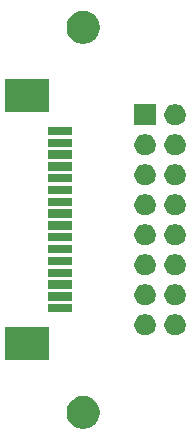
<source format=gbr>
G04 #@! TF.GenerationSoftware,KiCad,Pcbnew,5.1.6*
G04 #@! TF.CreationDate,2020-11-02T21:59:41+01:00*
G04 #@! TF.ProjectId,BL128128,424c3132-3831-4323-982e-6b696361645f,rev?*
G04 #@! TF.SameCoordinates,Original*
G04 #@! TF.FileFunction,Soldermask,Top*
G04 #@! TF.FilePolarity,Negative*
%FSLAX46Y46*%
G04 Gerber Fmt 4.6, Leading zero omitted, Abs format (unit mm)*
G04 Created by KiCad (PCBNEW 5.1.6) date 2020-11-02 21:59:41*
%MOMM*%
%LPD*%
G01*
G04 APERTURE LIST*
%ADD10C,0.100000*%
G04 APERTURE END LIST*
D10*
G36*
X80318433Y-88834893D02*
G01*
X80408657Y-88852839D01*
X80514267Y-88896585D01*
X80663621Y-88958449D01*
X80663622Y-88958450D01*
X80893086Y-89111772D01*
X81088228Y-89306914D01*
X81190675Y-89460237D01*
X81241551Y-89536379D01*
X81347161Y-89791344D01*
X81401000Y-90062012D01*
X81401000Y-90337988D01*
X81347161Y-90608656D01*
X81241551Y-90863621D01*
X81241550Y-90863622D01*
X81088228Y-91093086D01*
X80893086Y-91288228D01*
X80739763Y-91390675D01*
X80663621Y-91441551D01*
X80514267Y-91503415D01*
X80408657Y-91547161D01*
X80318433Y-91565107D01*
X80137988Y-91601000D01*
X79862012Y-91601000D01*
X79681567Y-91565107D01*
X79591343Y-91547161D01*
X79485733Y-91503415D01*
X79336379Y-91441551D01*
X79260237Y-91390675D01*
X79106914Y-91288228D01*
X78911772Y-91093086D01*
X78758450Y-90863622D01*
X78758449Y-90863621D01*
X78652839Y-90608656D01*
X78599000Y-90337988D01*
X78599000Y-90062012D01*
X78652839Y-89791344D01*
X78758449Y-89536379D01*
X78809325Y-89460237D01*
X78911772Y-89306914D01*
X79106914Y-89111772D01*
X79336378Y-88958450D01*
X79336379Y-88958449D01*
X79485733Y-88896585D01*
X79591343Y-88852839D01*
X79681567Y-88834893D01*
X79862012Y-88799000D01*
X80137988Y-88799000D01*
X80318433Y-88834893D01*
G37*
G36*
X77101000Y-85756000D02*
G01*
X73399000Y-85756000D01*
X73399000Y-82974000D01*
X77101000Y-82974000D01*
X77101000Y-85756000D01*
G37*
G36*
X87903512Y-81883927D02*
G01*
X88052812Y-81913624D01*
X88216784Y-81981544D01*
X88364354Y-82080147D01*
X88489853Y-82205646D01*
X88588456Y-82353216D01*
X88656376Y-82517188D01*
X88691000Y-82691259D01*
X88691000Y-82868741D01*
X88656376Y-83042812D01*
X88588456Y-83206784D01*
X88489853Y-83354354D01*
X88364354Y-83479853D01*
X88216784Y-83578456D01*
X88052812Y-83646376D01*
X87903512Y-83676073D01*
X87878742Y-83681000D01*
X87701258Y-83681000D01*
X87676488Y-83676073D01*
X87527188Y-83646376D01*
X87363216Y-83578456D01*
X87215646Y-83479853D01*
X87090147Y-83354354D01*
X86991544Y-83206784D01*
X86923624Y-83042812D01*
X86889000Y-82868741D01*
X86889000Y-82691259D01*
X86923624Y-82517188D01*
X86991544Y-82353216D01*
X87090147Y-82205646D01*
X87215646Y-82080147D01*
X87363216Y-81981544D01*
X87527188Y-81913624D01*
X87676488Y-81883927D01*
X87701258Y-81879000D01*
X87878742Y-81879000D01*
X87903512Y-81883927D01*
G37*
G36*
X85363512Y-81883927D02*
G01*
X85512812Y-81913624D01*
X85676784Y-81981544D01*
X85824354Y-82080147D01*
X85949853Y-82205646D01*
X86048456Y-82353216D01*
X86116376Y-82517188D01*
X86151000Y-82691259D01*
X86151000Y-82868741D01*
X86116376Y-83042812D01*
X86048456Y-83206784D01*
X85949853Y-83354354D01*
X85824354Y-83479853D01*
X85676784Y-83578456D01*
X85512812Y-83646376D01*
X85363512Y-83676073D01*
X85338742Y-83681000D01*
X85161258Y-83681000D01*
X85136488Y-83676073D01*
X84987188Y-83646376D01*
X84823216Y-83578456D01*
X84675646Y-83479853D01*
X84550147Y-83354354D01*
X84451544Y-83206784D01*
X84383624Y-83042812D01*
X84349000Y-82868741D01*
X84349000Y-82691259D01*
X84383624Y-82517188D01*
X84451544Y-82353216D01*
X84550147Y-82205646D01*
X84675646Y-82080147D01*
X84823216Y-81981544D01*
X84987188Y-81913624D01*
X85136488Y-81883927D01*
X85161258Y-81879000D01*
X85338742Y-81879000D01*
X85363512Y-81883927D01*
G37*
G36*
X79101000Y-81731000D02*
G01*
X76999000Y-81731000D01*
X76999000Y-81019000D01*
X79101000Y-81019000D01*
X79101000Y-81731000D01*
G37*
G36*
X87903512Y-79343927D02*
G01*
X88052812Y-79373624D01*
X88216784Y-79441544D01*
X88364354Y-79540147D01*
X88489853Y-79665646D01*
X88588456Y-79813216D01*
X88656376Y-79977188D01*
X88691000Y-80151259D01*
X88691000Y-80328741D01*
X88656376Y-80502812D01*
X88588456Y-80666784D01*
X88489853Y-80814354D01*
X88364354Y-80939853D01*
X88216784Y-81038456D01*
X88052812Y-81106376D01*
X87903512Y-81136073D01*
X87878742Y-81141000D01*
X87701258Y-81141000D01*
X87676488Y-81136073D01*
X87527188Y-81106376D01*
X87363216Y-81038456D01*
X87215646Y-80939853D01*
X87090147Y-80814354D01*
X86991544Y-80666784D01*
X86923624Y-80502812D01*
X86889000Y-80328741D01*
X86889000Y-80151259D01*
X86923624Y-79977188D01*
X86991544Y-79813216D01*
X87090147Y-79665646D01*
X87215646Y-79540147D01*
X87363216Y-79441544D01*
X87527188Y-79373624D01*
X87676488Y-79343927D01*
X87701258Y-79339000D01*
X87878742Y-79339000D01*
X87903512Y-79343927D01*
G37*
G36*
X85363512Y-79343927D02*
G01*
X85512812Y-79373624D01*
X85676784Y-79441544D01*
X85824354Y-79540147D01*
X85949853Y-79665646D01*
X86048456Y-79813216D01*
X86116376Y-79977188D01*
X86151000Y-80151259D01*
X86151000Y-80328741D01*
X86116376Y-80502812D01*
X86048456Y-80666784D01*
X85949853Y-80814354D01*
X85824354Y-80939853D01*
X85676784Y-81038456D01*
X85512812Y-81106376D01*
X85363512Y-81136073D01*
X85338742Y-81141000D01*
X85161258Y-81141000D01*
X85136488Y-81136073D01*
X84987188Y-81106376D01*
X84823216Y-81038456D01*
X84675646Y-80939853D01*
X84550147Y-80814354D01*
X84451544Y-80666784D01*
X84383624Y-80502812D01*
X84349000Y-80328741D01*
X84349000Y-80151259D01*
X84383624Y-79977188D01*
X84451544Y-79813216D01*
X84550147Y-79665646D01*
X84675646Y-79540147D01*
X84823216Y-79441544D01*
X84987188Y-79373624D01*
X85136488Y-79343927D01*
X85161258Y-79339000D01*
X85338742Y-79339000D01*
X85363512Y-79343927D01*
G37*
G36*
X79101000Y-80731000D02*
G01*
X76999000Y-80731000D01*
X76999000Y-80019000D01*
X79101000Y-80019000D01*
X79101000Y-80731000D01*
G37*
G36*
X79101000Y-79731000D02*
G01*
X76999000Y-79731000D01*
X76999000Y-79019000D01*
X79101000Y-79019000D01*
X79101000Y-79731000D01*
G37*
G36*
X79101000Y-78731000D02*
G01*
X76999000Y-78731000D01*
X76999000Y-78019000D01*
X79101000Y-78019000D01*
X79101000Y-78731000D01*
G37*
G36*
X85363512Y-76803927D02*
G01*
X85512812Y-76833624D01*
X85676784Y-76901544D01*
X85824354Y-77000147D01*
X85949853Y-77125646D01*
X86048456Y-77273216D01*
X86116376Y-77437188D01*
X86151000Y-77611259D01*
X86151000Y-77788741D01*
X86116376Y-77962812D01*
X86048456Y-78126784D01*
X85949853Y-78274354D01*
X85824354Y-78399853D01*
X85676784Y-78498456D01*
X85512812Y-78566376D01*
X85363512Y-78596073D01*
X85338742Y-78601000D01*
X85161258Y-78601000D01*
X85136488Y-78596073D01*
X84987188Y-78566376D01*
X84823216Y-78498456D01*
X84675646Y-78399853D01*
X84550147Y-78274354D01*
X84451544Y-78126784D01*
X84383624Y-77962812D01*
X84349000Y-77788741D01*
X84349000Y-77611259D01*
X84383624Y-77437188D01*
X84451544Y-77273216D01*
X84550147Y-77125646D01*
X84675646Y-77000147D01*
X84823216Y-76901544D01*
X84987188Y-76833624D01*
X85136488Y-76803927D01*
X85161258Y-76799000D01*
X85338742Y-76799000D01*
X85363512Y-76803927D01*
G37*
G36*
X87903512Y-76803927D02*
G01*
X88052812Y-76833624D01*
X88216784Y-76901544D01*
X88364354Y-77000147D01*
X88489853Y-77125646D01*
X88588456Y-77273216D01*
X88656376Y-77437188D01*
X88691000Y-77611259D01*
X88691000Y-77788741D01*
X88656376Y-77962812D01*
X88588456Y-78126784D01*
X88489853Y-78274354D01*
X88364354Y-78399853D01*
X88216784Y-78498456D01*
X88052812Y-78566376D01*
X87903512Y-78596073D01*
X87878742Y-78601000D01*
X87701258Y-78601000D01*
X87676488Y-78596073D01*
X87527188Y-78566376D01*
X87363216Y-78498456D01*
X87215646Y-78399853D01*
X87090147Y-78274354D01*
X86991544Y-78126784D01*
X86923624Y-77962812D01*
X86889000Y-77788741D01*
X86889000Y-77611259D01*
X86923624Y-77437188D01*
X86991544Y-77273216D01*
X87090147Y-77125646D01*
X87215646Y-77000147D01*
X87363216Y-76901544D01*
X87527188Y-76833624D01*
X87676488Y-76803927D01*
X87701258Y-76799000D01*
X87878742Y-76799000D01*
X87903512Y-76803927D01*
G37*
G36*
X79101000Y-77731000D02*
G01*
X76999000Y-77731000D01*
X76999000Y-77019000D01*
X79101000Y-77019000D01*
X79101000Y-77731000D01*
G37*
G36*
X79101000Y-76731000D02*
G01*
X76999000Y-76731000D01*
X76999000Y-76019000D01*
X79101000Y-76019000D01*
X79101000Y-76731000D01*
G37*
G36*
X87903512Y-74263927D02*
G01*
X88052812Y-74293624D01*
X88216784Y-74361544D01*
X88364354Y-74460147D01*
X88489853Y-74585646D01*
X88588456Y-74733216D01*
X88656376Y-74897188D01*
X88691000Y-75071259D01*
X88691000Y-75248741D01*
X88656376Y-75422812D01*
X88588456Y-75586784D01*
X88489853Y-75734354D01*
X88364354Y-75859853D01*
X88216784Y-75958456D01*
X88052812Y-76026376D01*
X87903512Y-76056073D01*
X87878742Y-76061000D01*
X87701258Y-76061000D01*
X87676488Y-76056073D01*
X87527188Y-76026376D01*
X87363216Y-75958456D01*
X87215646Y-75859853D01*
X87090147Y-75734354D01*
X86991544Y-75586784D01*
X86923624Y-75422812D01*
X86889000Y-75248741D01*
X86889000Y-75071259D01*
X86923624Y-74897188D01*
X86991544Y-74733216D01*
X87090147Y-74585646D01*
X87215646Y-74460147D01*
X87363216Y-74361544D01*
X87527188Y-74293624D01*
X87676488Y-74263927D01*
X87701258Y-74259000D01*
X87878742Y-74259000D01*
X87903512Y-74263927D01*
G37*
G36*
X85363512Y-74263927D02*
G01*
X85512812Y-74293624D01*
X85676784Y-74361544D01*
X85824354Y-74460147D01*
X85949853Y-74585646D01*
X86048456Y-74733216D01*
X86116376Y-74897188D01*
X86151000Y-75071259D01*
X86151000Y-75248741D01*
X86116376Y-75422812D01*
X86048456Y-75586784D01*
X85949853Y-75734354D01*
X85824354Y-75859853D01*
X85676784Y-75958456D01*
X85512812Y-76026376D01*
X85363512Y-76056073D01*
X85338742Y-76061000D01*
X85161258Y-76061000D01*
X85136488Y-76056073D01*
X84987188Y-76026376D01*
X84823216Y-75958456D01*
X84675646Y-75859853D01*
X84550147Y-75734354D01*
X84451544Y-75586784D01*
X84383624Y-75422812D01*
X84349000Y-75248741D01*
X84349000Y-75071259D01*
X84383624Y-74897188D01*
X84451544Y-74733216D01*
X84550147Y-74585646D01*
X84675646Y-74460147D01*
X84823216Y-74361544D01*
X84987188Y-74293624D01*
X85136488Y-74263927D01*
X85161258Y-74259000D01*
X85338742Y-74259000D01*
X85363512Y-74263927D01*
G37*
G36*
X79101000Y-75731000D02*
G01*
X76999000Y-75731000D01*
X76999000Y-75019000D01*
X79101000Y-75019000D01*
X79101000Y-75731000D01*
G37*
G36*
X79101000Y-74731000D02*
G01*
X76999000Y-74731000D01*
X76999000Y-74019000D01*
X79101000Y-74019000D01*
X79101000Y-74731000D01*
G37*
G36*
X79101000Y-73731000D02*
G01*
X76999000Y-73731000D01*
X76999000Y-73019000D01*
X79101000Y-73019000D01*
X79101000Y-73731000D01*
G37*
G36*
X85363512Y-71723927D02*
G01*
X85512812Y-71753624D01*
X85676784Y-71821544D01*
X85824354Y-71920147D01*
X85949853Y-72045646D01*
X86048456Y-72193216D01*
X86116376Y-72357188D01*
X86151000Y-72531259D01*
X86151000Y-72708741D01*
X86116376Y-72882812D01*
X86048456Y-73046784D01*
X85949853Y-73194354D01*
X85824354Y-73319853D01*
X85676784Y-73418456D01*
X85512812Y-73486376D01*
X85363512Y-73516073D01*
X85338742Y-73521000D01*
X85161258Y-73521000D01*
X85136488Y-73516073D01*
X84987188Y-73486376D01*
X84823216Y-73418456D01*
X84675646Y-73319853D01*
X84550147Y-73194354D01*
X84451544Y-73046784D01*
X84383624Y-72882812D01*
X84349000Y-72708741D01*
X84349000Y-72531259D01*
X84383624Y-72357188D01*
X84451544Y-72193216D01*
X84550147Y-72045646D01*
X84675646Y-71920147D01*
X84823216Y-71821544D01*
X84987188Y-71753624D01*
X85136488Y-71723927D01*
X85161258Y-71719000D01*
X85338742Y-71719000D01*
X85363512Y-71723927D01*
G37*
G36*
X87903512Y-71723927D02*
G01*
X88052812Y-71753624D01*
X88216784Y-71821544D01*
X88364354Y-71920147D01*
X88489853Y-72045646D01*
X88588456Y-72193216D01*
X88656376Y-72357188D01*
X88691000Y-72531259D01*
X88691000Y-72708741D01*
X88656376Y-72882812D01*
X88588456Y-73046784D01*
X88489853Y-73194354D01*
X88364354Y-73319853D01*
X88216784Y-73418456D01*
X88052812Y-73486376D01*
X87903512Y-73516073D01*
X87878742Y-73521000D01*
X87701258Y-73521000D01*
X87676488Y-73516073D01*
X87527188Y-73486376D01*
X87363216Y-73418456D01*
X87215646Y-73319853D01*
X87090147Y-73194354D01*
X86991544Y-73046784D01*
X86923624Y-72882812D01*
X86889000Y-72708741D01*
X86889000Y-72531259D01*
X86923624Y-72357188D01*
X86991544Y-72193216D01*
X87090147Y-72045646D01*
X87215646Y-71920147D01*
X87363216Y-71821544D01*
X87527188Y-71753624D01*
X87676488Y-71723927D01*
X87701258Y-71719000D01*
X87878742Y-71719000D01*
X87903512Y-71723927D01*
G37*
G36*
X79101000Y-72731000D02*
G01*
X76999000Y-72731000D01*
X76999000Y-72019000D01*
X79101000Y-72019000D01*
X79101000Y-72731000D01*
G37*
G36*
X79101000Y-71731000D02*
G01*
X76999000Y-71731000D01*
X76999000Y-71019000D01*
X79101000Y-71019000D01*
X79101000Y-71731000D01*
G37*
G36*
X85363512Y-69183927D02*
G01*
X85512812Y-69213624D01*
X85676784Y-69281544D01*
X85824354Y-69380147D01*
X85949853Y-69505646D01*
X86048456Y-69653216D01*
X86116376Y-69817188D01*
X86151000Y-69991259D01*
X86151000Y-70168741D01*
X86116376Y-70342812D01*
X86048456Y-70506784D01*
X85949853Y-70654354D01*
X85824354Y-70779853D01*
X85676784Y-70878456D01*
X85512812Y-70946376D01*
X85363512Y-70976073D01*
X85338742Y-70981000D01*
X85161258Y-70981000D01*
X85136488Y-70976073D01*
X84987188Y-70946376D01*
X84823216Y-70878456D01*
X84675646Y-70779853D01*
X84550147Y-70654354D01*
X84451544Y-70506784D01*
X84383624Y-70342812D01*
X84349000Y-70168741D01*
X84349000Y-69991259D01*
X84383624Y-69817188D01*
X84451544Y-69653216D01*
X84550147Y-69505646D01*
X84675646Y-69380147D01*
X84823216Y-69281544D01*
X84987188Y-69213624D01*
X85136488Y-69183927D01*
X85161258Y-69179000D01*
X85338742Y-69179000D01*
X85363512Y-69183927D01*
G37*
G36*
X87903512Y-69183927D02*
G01*
X88052812Y-69213624D01*
X88216784Y-69281544D01*
X88364354Y-69380147D01*
X88489853Y-69505646D01*
X88588456Y-69653216D01*
X88656376Y-69817188D01*
X88691000Y-69991259D01*
X88691000Y-70168741D01*
X88656376Y-70342812D01*
X88588456Y-70506784D01*
X88489853Y-70654354D01*
X88364354Y-70779853D01*
X88216784Y-70878456D01*
X88052812Y-70946376D01*
X87903512Y-70976073D01*
X87878742Y-70981000D01*
X87701258Y-70981000D01*
X87676488Y-70976073D01*
X87527188Y-70946376D01*
X87363216Y-70878456D01*
X87215646Y-70779853D01*
X87090147Y-70654354D01*
X86991544Y-70506784D01*
X86923624Y-70342812D01*
X86889000Y-70168741D01*
X86889000Y-69991259D01*
X86923624Y-69817188D01*
X86991544Y-69653216D01*
X87090147Y-69505646D01*
X87215646Y-69380147D01*
X87363216Y-69281544D01*
X87527188Y-69213624D01*
X87676488Y-69183927D01*
X87701258Y-69179000D01*
X87878742Y-69179000D01*
X87903512Y-69183927D01*
G37*
G36*
X79101000Y-70731000D02*
G01*
X76999000Y-70731000D01*
X76999000Y-70019000D01*
X79101000Y-70019000D01*
X79101000Y-70731000D01*
G37*
G36*
X79101000Y-69731000D02*
G01*
X76999000Y-69731000D01*
X76999000Y-69019000D01*
X79101000Y-69019000D01*
X79101000Y-69731000D01*
G37*
G36*
X79101000Y-68731000D02*
G01*
X76999000Y-68731000D01*
X76999000Y-68019000D01*
X79101000Y-68019000D01*
X79101000Y-68731000D01*
G37*
G36*
X85363512Y-66643927D02*
G01*
X85512812Y-66673624D01*
X85676784Y-66741544D01*
X85824354Y-66840147D01*
X85949853Y-66965646D01*
X86048456Y-67113216D01*
X86116376Y-67277188D01*
X86151000Y-67451259D01*
X86151000Y-67628741D01*
X86116376Y-67802812D01*
X86048456Y-67966784D01*
X85949853Y-68114354D01*
X85824354Y-68239853D01*
X85676784Y-68338456D01*
X85512812Y-68406376D01*
X85363512Y-68436073D01*
X85338742Y-68441000D01*
X85161258Y-68441000D01*
X85136488Y-68436073D01*
X84987188Y-68406376D01*
X84823216Y-68338456D01*
X84675646Y-68239853D01*
X84550147Y-68114354D01*
X84451544Y-67966784D01*
X84383624Y-67802812D01*
X84349000Y-67628741D01*
X84349000Y-67451259D01*
X84383624Y-67277188D01*
X84451544Y-67113216D01*
X84550147Y-66965646D01*
X84675646Y-66840147D01*
X84823216Y-66741544D01*
X84987188Y-66673624D01*
X85136488Y-66643927D01*
X85161258Y-66639000D01*
X85338742Y-66639000D01*
X85363512Y-66643927D01*
G37*
G36*
X87903512Y-66643927D02*
G01*
X88052812Y-66673624D01*
X88216784Y-66741544D01*
X88364354Y-66840147D01*
X88489853Y-66965646D01*
X88588456Y-67113216D01*
X88656376Y-67277188D01*
X88691000Y-67451259D01*
X88691000Y-67628741D01*
X88656376Y-67802812D01*
X88588456Y-67966784D01*
X88489853Y-68114354D01*
X88364354Y-68239853D01*
X88216784Y-68338456D01*
X88052812Y-68406376D01*
X87903512Y-68436073D01*
X87878742Y-68441000D01*
X87701258Y-68441000D01*
X87676488Y-68436073D01*
X87527188Y-68406376D01*
X87363216Y-68338456D01*
X87215646Y-68239853D01*
X87090147Y-68114354D01*
X86991544Y-67966784D01*
X86923624Y-67802812D01*
X86889000Y-67628741D01*
X86889000Y-67451259D01*
X86923624Y-67277188D01*
X86991544Y-67113216D01*
X87090147Y-66965646D01*
X87215646Y-66840147D01*
X87363216Y-66741544D01*
X87527188Y-66673624D01*
X87676488Y-66643927D01*
X87701258Y-66639000D01*
X87878742Y-66639000D01*
X87903512Y-66643927D01*
G37*
G36*
X79101000Y-67731000D02*
G01*
X76999000Y-67731000D01*
X76999000Y-67019000D01*
X79101000Y-67019000D01*
X79101000Y-67731000D01*
G37*
G36*
X79101000Y-66731000D02*
G01*
X76999000Y-66731000D01*
X76999000Y-66019000D01*
X79101000Y-66019000D01*
X79101000Y-66731000D01*
G37*
G36*
X87903512Y-64103927D02*
G01*
X88052812Y-64133624D01*
X88216784Y-64201544D01*
X88364354Y-64300147D01*
X88489853Y-64425646D01*
X88588456Y-64573216D01*
X88656376Y-64737188D01*
X88691000Y-64911259D01*
X88691000Y-65088741D01*
X88656376Y-65262812D01*
X88588456Y-65426784D01*
X88489853Y-65574354D01*
X88364354Y-65699853D01*
X88216784Y-65798456D01*
X88052812Y-65866376D01*
X87903512Y-65896073D01*
X87878742Y-65901000D01*
X87701258Y-65901000D01*
X87676488Y-65896073D01*
X87527188Y-65866376D01*
X87363216Y-65798456D01*
X87215646Y-65699853D01*
X87090147Y-65574354D01*
X86991544Y-65426784D01*
X86923624Y-65262812D01*
X86889000Y-65088741D01*
X86889000Y-64911259D01*
X86923624Y-64737188D01*
X86991544Y-64573216D01*
X87090147Y-64425646D01*
X87215646Y-64300147D01*
X87363216Y-64201544D01*
X87527188Y-64133624D01*
X87676488Y-64103927D01*
X87701258Y-64099000D01*
X87878742Y-64099000D01*
X87903512Y-64103927D01*
G37*
G36*
X86151000Y-65901000D02*
G01*
X84349000Y-65901000D01*
X84349000Y-64099000D01*
X86151000Y-64099000D01*
X86151000Y-65901000D01*
G37*
G36*
X77101000Y-64776000D02*
G01*
X73399000Y-64776000D01*
X73399000Y-61994000D01*
X77101000Y-61994000D01*
X77101000Y-64776000D01*
G37*
G36*
X80318433Y-56234893D02*
G01*
X80408657Y-56252839D01*
X80514267Y-56296585D01*
X80663621Y-56358449D01*
X80663622Y-56358450D01*
X80893086Y-56511772D01*
X81088228Y-56706914D01*
X81190675Y-56860237D01*
X81241551Y-56936379D01*
X81347161Y-57191344D01*
X81401000Y-57462012D01*
X81401000Y-57737988D01*
X81347161Y-58008656D01*
X81241551Y-58263621D01*
X81241550Y-58263622D01*
X81088228Y-58493086D01*
X80893086Y-58688228D01*
X80739763Y-58790675D01*
X80663621Y-58841551D01*
X80514267Y-58903415D01*
X80408657Y-58947161D01*
X80318433Y-58965107D01*
X80137988Y-59001000D01*
X79862012Y-59001000D01*
X79681567Y-58965107D01*
X79591343Y-58947161D01*
X79485733Y-58903415D01*
X79336379Y-58841551D01*
X79260237Y-58790675D01*
X79106914Y-58688228D01*
X78911772Y-58493086D01*
X78758450Y-58263622D01*
X78758449Y-58263621D01*
X78652839Y-58008656D01*
X78599000Y-57737988D01*
X78599000Y-57462012D01*
X78652839Y-57191344D01*
X78758449Y-56936379D01*
X78809325Y-56860237D01*
X78911772Y-56706914D01*
X79106914Y-56511772D01*
X79336378Y-56358450D01*
X79336379Y-56358449D01*
X79485733Y-56296585D01*
X79591343Y-56252839D01*
X79681567Y-56234893D01*
X79862012Y-56199000D01*
X80137988Y-56199000D01*
X80318433Y-56234893D01*
G37*
M02*

</source>
